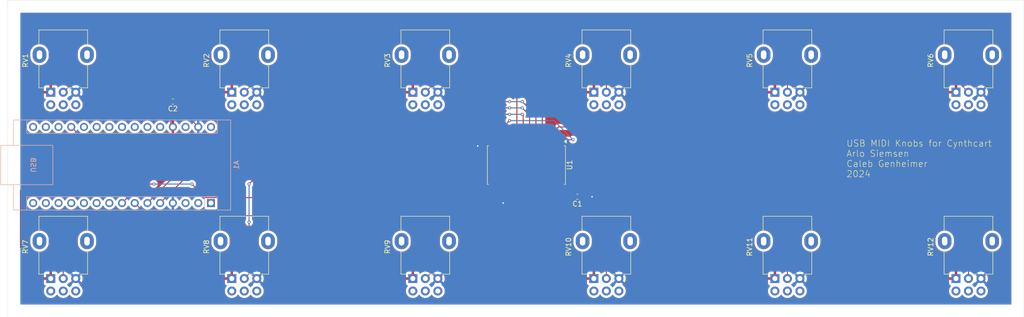
<source format=kicad_pcb>
(kicad_pcb (version 20240108) (generator "pcbnew") (generator_version "8.0")
  (layers (0 "F.Cu" signal) (31 "B.Cu" signal) (34 "B.Paste" user) (35 "F.Paste" user) (36 "B.SilkS" user "B.Silkscreen") (37 "F.SilkS" user "F.Silkscreen") (38 "B.Mask" user) (39 "F.Mask" user) (44 "Edge.Cuts" user))
  (net 0 "")
  (net 2 "/S0")
  (net 3 "/S2")
  (net 5 "/S1")
  (net 8 "+5V")
  (net 11 "GND")
  (net 25 "/S3")
  (net 27 "Net-(A1-A0)")
  (net 30 "Net-(U1-I2)")
  (net 31 "Net-(U1-I3)")
  (net 32 "Net-(U1-I4)")
  (net 33 "Net-(U1-I5)")
  (net 34 "Net-(U1-I6)")
  (net 35 "Net-(U1-I1)")
  (net 36 "Net-(U1-I0)")
  (net 37 "Net-(U1-I7)")
  (net 38 "Net-(U1-I8)")
  (net 39 "Net-(U1-I9)")
  (net 40 "Net-(U1-I10)")
  (net 41 "Net-(U1-I11)")
  (footprint "Potentiometer_THT:Potentiometer_Alpha_RD902F-40-00D_Dual_Vertical" (layer "F.Cu") (at 131.8 81.16 90)
    (property "Reference" "RV9" (at 6.35 -5.06 -90) (layer "F.SilkS"))
    (property "Value" "R_Potentiometer")
    (fp_line (start 9.41 -2.37) (end 12.47 -2.37) (stroke (width 0.12)) (layer "F.SilkS"))
    (fp_line (start 0.88 -2.37) (end 5.6 -2.37) (stroke (width 0.12)) (layer "F.SilkS"))
    (fp_line (start 0.88 -1.19) (end 0.88 -2.37) (stroke (width 0.12)) (layer "F.SilkS"))
    (fp_line (start 0.88 1.71) (end 0.88 1.18) (stroke (width 0.12)) (layer "F.SilkS"))
    (fp_line (start 0.88 4.16) (end 0.88 3.33) (stroke (width 0.12)) (layer "F.SilkS"))
    (fp_line (start 12.47 7.37) (end 12.47 -2.37) (stroke (width 0.12)) (layer "F.SilkS"))
    (fp_line (start 9.41 7.37) (end 12.47 7.37) (stroke (width 0.12)) (layer "F.SilkS"))
    (fp_line (start 0.88 7.37) (end 0.88 5.88) (stroke (width 0.12)) (layer "F.SilkS"))
    (fp_line (start 0.88 7.37) (end 5.6 7.37) (stroke (width 0.12)) (layer "F.SilkS"))
    (pad "" thru_hole oval (at 7.5 -2.25 180) (size 2.72 3.24) (drill oval 1.1 1.8) (layers "*.Cu" "*.Mask"))
    (pad "" thru_hole oval (at 7.5 7.25 180) (size 2.72 3.24) (drill oval 1.1 1.8) (layers "*.Cu" "*.Mask"))
    (pad "1" thru_hole rect (at 0 0 180) (size 1.8 1.8) (drill 1) (layers "*.Cu" "*.Mask") (net 8 "+5V"))
    (pad "2" thru_hole circle (at 0 2.5 180) (size 1.8 1.8) (drill 1) (layers "*.Cu" "*.Mask") (net 38 "Net-(U1-I8)"))
    (pad "3" thru_hole circle (at 0 5 180) (size 1.8 1.8) (drill 1) (layers "*.Cu" "*.Mask") (net 11 "GND"))
    (pad "4" thru_hole circle (at -2.5 0 180) (size 1.8 1.8) (drill 1) (layers "*.Cu" "*.Mask"))
    (pad "5" thru_hole circle (at -2.5 2.5 180) (size 1.8 1.8) (drill 1) (layers "*.Cu" "*.Mask"))
    (pad "6" thru_hole circle (at -2.5 5 180) (size 1.8 1.8) (drill 1) (layers "*.Cu" "*.Mask"))
  )
  (footprint "Package_SO:SOIC-24W_7.5x15.4mm_P1.27mm" (layer "F.Cu") (at 154.51 58.42 -90)
    (property "Reference" "U1" (at 0 -8.65 90) (layer "F.SilkS"))
    (property "Value" "CD74HC4067M")
    (fp_line (start -3.86 7.81) (end -3.86 7.545) (stroke (width 0.12)) (layer "F.SilkS"))
    (fp_line (start 0 7.81) (end -3.86 7.81) (stroke (width 0.12)) (layer "F.SilkS"))
    (fp_line (start 0 7.81) (end 3.86 7.81) (stroke (width 0.12)) (layer "F.SilkS"))
    (fp_line (start 3.86 7.81) (end 3.86 7.545) (stroke (width 0.12)) (layer "F.SilkS"))
    (fp_line (start -3.86 -7.81) (end -3.86 -7.545) (stroke (width 0.12)) (layer "F.SilkS"))
    (fp_line (start 0 -7.81) (end -3.86 -7.81) (stroke (width 0.12)) (layer "F.SilkS"))
    (fp_line (start 0 -7.81) (end 3.86 -7.81) (stroke (width 0.12)) (layer "F.SilkS"))
    (fp_line (start 3.86 -7.81) (end 3.86 -7.545) (stroke (width 0.12)) (layer "F.SilkS"))
    (fp_poly (pts (xy -4.7125 -7.545) (xy -5.0525 -8.015) (xy -4.3725 -8.015) (xy -4.7125 -7.545)) (stroke (width 0.12)) (fill solid) (layer "F.SilkS"))
    (pad "1" smd roundrect (at -4.65 -6.985 270) (size 2.05 0.6) (layers "F.Cu" "F.Paste" "F.Mask") (net 27 "Net-(A1-A0)"))
    (pad "2" smd roundrect (at -4.65 -5.715 270) (size 2.05 0.6) (layers "F.Cu" "F.Paste" "F.Mask") (net 37 "Net-(U1-I7)"))
    (pad "3" smd roundrect (at -4.65 -4.445 270) (size 2.05 0.6) (layers "F.Cu" "F.Paste" "F.Mask") (net 34 "Net-(U1-I6)"))
    (pad "4" smd roundrect (at -4.65 -3.175 270) (size 2.05 0.6) (layers "F.Cu" "F.Paste" "F.Mask") (net 33 "Net-(U1-I5)"))
    (pad "5" smd roundrect (at -4.65 -1.905 270) (size 2.05 0.6) (layers "F.Cu" "F.Paste" "F.Mask") (net 32 "Net-(U1-I4)"))
    (pad "6" smd roundrect (at -4.65 -0.635 270) (size 2.05 0.6) (layers "F.Cu" "F.Paste" "F.Mask") (net 31 "Net-(U1-I3)"))
    (pad "7" smd roundrect (at -4.65 0.635 270) (size 2.05 0.6) (layers "F.Cu" "F.Paste" "F.Mask") (net 30 "Net-(U1-I2)"))
    (pad "8" smd roundrect (at -4.65 1.905 270) (size 2.05 0.6) (layers "F.Cu" "F.Paste" "F.Mask") (net 35 "Net-(U1-I1)"))
    (pad "9" smd roundrect (at -4.65 3.175 270) (size 2.05 0.6) (layers "F.Cu" "F.Paste" "F.Mask") (net 36 "Net-(U1-I0)"))
    (pad "10" smd roundrect (at -4.65 4.445 270) (size 2.05 0.6) (layers "F.Cu" "F.Paste" "F.Mask") (net 2 "/S0"))
    (pad "11" smd roundrect (at -4.65 5.715 270) (size 2.05 0.6) (layers "F.Cu" "F.Paste" "F.Mask") (net 5 "/S1"))
    (pad "12" smd roundrect (at -4.65 6.985 270) (size 2.05 0.6) (layers "F.Cu" "F.Paste" "F.Mask") (net 11 "GND"))
    (pad "13" smd roundrect (at 4.65 6.985 270) (size 2.05 0.6) (layers "F.Cu" "F.Paste" "F.Mask") (net 25 "/S3"))
    (pad "14" smd roundrect (at 4.65 5.715 270) (size 2.05 0.6) (layers "F.Cu" "F.Paste" "F.Mask") (net 3 "/S2"))
    (pad "15" smd roundrect (at 4.65 4.445 270) (size 2.05 0.6) (layers "F.Cu" "F.Paste" "F.Mask") (net 11 "GND"))
    (pad "16" smd roundrect (at 4.65 3.175 270) (size 2.05 0.6) (layers "F.Cu" "F.Paste" "F.Mask"))
    (pad "17" smd roundrect (at 4.65 1.905 270) (size 2.05 0.6) (layers "F.Cu" "F.Paste" "F.Mask"))
    (pad "18" smd roundrect (at 4.65 0.635 270) (size 2.05 0.6) (layers "F.Cu" "F.Paste" "F.Mask"))
    (pad "19" smd roundrect (at 4.65 -0.635 270) (size 2.05 0.6) (layers "F.Cu" "F.Paste" "F.Mask"))
    (pad "20" smd roundrect (at 4.65 -1.905 270) (size 2.05 0.6) (layers "F.Cu" "F.Paste" "F.Mask") (net 41 "Net-(U1-I11)"))
    (pad "21" smd roundrect (at 4.65 -3.175 270) (size 2.05 0.6) (layers "F.Cu" "F.Paste" "F.Mask") (net 40 "Net-(U1-I10)"))
    (pad "22" smd roundrect (at 4.65 -4.445 270) (size 2.05 0.6) (layers "F.Cu" "F.Paste" "F.Mask") (net 39 "Net-(U1-I9)"))
    (pad "23" smd roundrect (at 4.65 -5.715 270) (size 2.05 0.6) (layers "F.Cu" "F.Paste" "F.Mask") (net 38 "Net-(U1-I8)"))
    (pad "24" smd roundrect (at 4.65 -6.985 270) (size 2.05 0.6) (layers "F.Cu" "F.Paste" "F.Mask") (net 8 "+5V"))
  )
  (footprint "Potentiometer_THT:Potentiometer_Alpha_RD902F-40-00D_Dual_Vertical" (layer "F.Cu") (at 240.4 81.16 90)
    (property "Reference" "RV12" (at 6.35 -5.06 -90) (layer "F.SilkS"))
    (property "Value" "R_Potentiometer")
    (fp_line (start 9.41 -2.37) (end 12.47 -2.37) (stroke (width 0.12)) (layer "F.SilkS"))
    (fp_line (start 0.88 -2.37) (end 5.6 -2.37) (stroke (width 0.12)) (layer "F.SilkS"))
    (fp_line (start 0.88 -1.19) (end 0.88 -2.37) (stroke (width 0.12)) (layer "F.SilkS"))
    (fp_line (start 0.88 1.71) (end 0.88 1.18) (stroke (width 0.12)) (layer "F.SilkS"))
    (fp_line (start 0.88 4.16) (end 0.88 3.33) (stroke (width 0.12)) (layer "F.SilkS"))
    (fp_line (start 12.47 7.37) (end 12.47 -2.37) (stroke (width 0.12)) (layer "F.SilkS"))
    (fp_line (start 9.41 7.37) (end 12.47 7.37) (stroke (width 0.12)) (layer "F.SilkS"))
    (fp_line (start 0.88 7.37) (end 0.88 5.88) (stroke (width 0.12)) (layer "F.SilkS"))
    (fp_line (start 0.88 7.37) (end 5.6 7.37) (stroke (width 0.12)) (layer "F.SilkS"))
    (pad "" thru_hole oval (at 7.5 -2.25 180) (size 2.72 3.24) (drill oval 1.1 1.8) (layers "*.Cu" "*.Mask"))
    (pad "" thru_hole oval (at 7.5 7.25 180) (size 2.72 3.24) (drill oval 1.1 1.8) (layers "*.Cu" "*.Mask"))
    (pad "1" thru_hole rect (at 0 0 180) (size 1.8 1.8) (drill 1) (layers "*.Cu" "*.Mask") (net 8 "+5V"))
    (pad "2" thru_hole circle (at 0 2.5 180) (size 1.8 1.8) (drill 1) (layers "*.Cu" "*.Mask") (net 41 "Net-(U1-I11)"))
    (pad "3" thru_hole circle (at 0 5 180) (size 1.8 1.8) (drill 1) (layers "*.Cu" "*.Mask") (net 11 "GND"))
    (pad "4" thru_hole circle (at -2.5 0 180) (size 1.8 1.8) (drill 1) (layers "*.Cu" "*.Mask"))
    (pad "5" thru_hole circle (at -2.5 2.5 180) (size 1.8 1.8) (drill 1) (layers "*.Cu" "*.Mask"))
    (pad "6" thru_hole circle (at -2.5 5 180) (size 1.8 1.8) (drill 1) (layers "*.Cu" "*.Mask"))
  )
  (footprint "Potentiometer_THT:Potentiometer_Alpha_RD902F-40-00D_Dual_Vertical" (layer "F.Cu") (at 168 43.845 90)
    (property "Reference" "RV4" (at 6.35 -5.06 -90) (layer "F.SilkS"))
    (property "Value" "R_Potentiometer")
    (fp_line (start 9.41 -2.37) (end 12.47 -2.37) (stroke (width 0.12)) (layer "F.SilkS"))
    (fp_line (start 0.88 -2.37) (end 5.6 -2.37) (stroke (width 0.12)) (layer "F.SilkS"))
    (fp_line (start 0.88 -1.19) (end 0.88 -2.37) (stroke (width 0.12)) (layer "F.SilkS"))
    (fp_line (start 0.88 1.71) (end 0.88 1.18) (stroke (width 0.12)) (layer "F.SilkS"))
    (fp_line (start 0.88 4.16) (end 0.88 3.33) (stroke (width 0.12)) (layer "F.SilkS"))
    (fp_line (start 12.47 7.37) (end 12.47 -2.37) (stroke (width 0.12)) (layer "F.SilkS"))
    (fp_line (start 9.41 7.37) (end 12.47 7.37) (stroke (width 0.12)) (layer "F.SilkS"))
    (fp_line (start 0.88 7.37) (end 0.88 5.88) (stroke (width 0.12)) (layer "F.SilkS"))
    (fp_line (start 0.88 7.37) (end 5.6 7.37) (stroke (width 0.12)) (layer "F.SilkS"))
    (pad "" thru_hole oval (at 7.5 -2.25 180) (size 2.72 3.24) (drill oval 1.1 1.8) (layers "*.Cu" "*.Mask"))
    (pad "" thru_hole oval (at 7.5 7.25 180) (size 2.72 3.24) (drill oval 1.1 1.8) (layers "*.Cu" "*.Mask"))
    (pad "1" thru_hole rect (at 0 0 180) (size 1.8 1.8) (drill 1) (layers "*.Cu" "*.Mask") (net 8 "+5V"))
    (pad "2" thru_hole circle (at 0 2.5 180) (size 1.8 1.8) (drill 1) (layers "*.Cu" "*.Mask") (net 33 "Net-(U1-I5)"))
    (pad "3" thru_hole circle (at 0 5 180) (size 1.8 1.8) (drill 1) (layers "*.Cu" "*.Mask") (net 11 "GND"))
    (pad "4" thru_hole circle (at -2.5 0 180) (size 1.8 1.8) (drill 1) (layers "*.Cu" "*.Mask"))
    (pad "5" thru_hole circle (at -2.5 2.5 180) (size 1.8 1.8) (drill 1) (layers "*.Cu" "*.Mask"))
    (pad "6" thru_hole circle (at -2.5 5 180) (size 1.8 1.8) (drill 1) (layers "*.Cu" "*.Mask"))
  )
  (footprint "Potentiometer_THT:Potentiometer_Alpha_RD902F-40-00D_Dual_Vertical" (layer "F.Cu") (at 204.2 81.16 90)
    (property "Reference" "RV11" (at 6.35 -5.06 -90) (layer "F.SilkS"))
    (property "Value" "R_Potentiometer")
    (fp_line (start 9.41 -2.37) (end 12.47 -2.37) (stroke (width 0.12)) (layer "F.SilkS"))
    (fp_line (start 0.88 -2.37) (end 5.6 -2.37) (stroke (width 0.12)) (layer "F.SilkS"))
    (fp_line (start 0.88 -1.19) (end 0.88 -2.37) (stroke (width 0.12)) (layer "F.SilkS"))
    (fp_line (start 0.88 1.71) (end 0.88 1.18) (stroke (width 0.12)) (layer "F.SilkS"))
    (fp_line (start 0.88 4.16) (end 0.88 3.33) (stroke (width 0.12)) (layer "F.SilkS"))
    (fp_line (start 12.47 7.37) (end 12.47 -2.37) (stroke (width 0.12)) (layer "F.SilkS"))
    (fp_line (start 9.41 7.37) (end 12.47 7.37) (stroke (width 0.12)) (layer "F.SilkS"))
    (fp_line (start 0.88 7.37) (end 0.88 5.88) (stroke (width 0.12)) (layer "F.SilkS"))
    (fp_line (start 0.88 7.37) (end 5.6 7.37) (stroke (width 0.12)) (layer "F.SilkS"))
    (pad "" thru_hole oval (at 7.5 -2.25 180) (size 2.72 3.24) (drill oval 1.1 1.8) (layers "*.Cu" "*.Mask"))
    (pad "" thru_hole oval (at 7.5 7.25 180) (size 2.72 3.24) (drill oval 1.1 1.8) (layers "*.Cu" "*.Mask"))
    (pad "1" thru_hole rect (at 0 0 180) (size 1.8 1.8) (drill 1) (layers "*.Cu" "*.Mask") (net 8 "+5V"))
    (pad "2" thru_hole circle (at 0 2.5 180) (size 1.8 1.8) (drill 1) (layers "*.Cu" "*.Mask") (net 40 "Net-(U1-I10)"))
    (pad "3" thru_hole circle (at 0 5 180) (size 1.8 1.8) (drill 1) (layers "*.Cu" "*.Mask") (net 11 "GND"))
    (pad "4" thru_hole circle (at -2.5 0 180) (size 1.8 1.8) (drill 1) (layers "*.Cu" "*.Mask"))
    (pad "5" thru_hole circle (at -2.5 2.5 180) (size 1.8 1.8) (drill 1) (layers "*.Cu" "*.Mask"))
    (pad "6" thru_hole circle (at -2.5 5 180) (size 1.8 1.8) (drill 1) (layers "*.Cu" "*.Mask"))
  )
  (footprint "Potentiometer_THT:Potentiometer_Alpha_RD902F-40-00D_Dual_Vertical" (layer "F.Cu") (at 95.6 81.16 90)
    (property "Reference" "RV8" (at 6.35 -5.06 -90) (layer "F.SilkS"))
    (property "Value" "R_Potentiometer")
    (fp_line (start 9.41 -2.37) (end 12.47 -2.37) (stroke (width 0.12)) (layer "F.SilkS"))
    (fp_line (start 0.88 -2.37) (end 5.6 -2.37) (stroke (width 0.12)) (layer "F.SilkS"))
    (fp_line (start 0.88 -1.19) (end 0.88 -2.37) (stroke (width 0.12)) (layer "F.SilkS"))
    (fp_line (start 0.88 1.71) (end 0.88 1.18) (stroke (width 0.12)) (layer "F.SilkS"))
    (fp_line (start 0.88 4.16) (end 0.88 3.33) (stroke (width 0.12)) (layer "F.SilkS"))
    (fp_line (start 12.47 7.37) (end 12.47 -2.37) (stroke (width 0.12)) (layer "F.SilkS"))
    (fp_line (start 9.41 7.37) (end 12.47 7.37) (stroke (width 0.12)) (layer "F.SilkS"))
    (fp_line (start 0.88 7.37) (end 0.88 5.88) (stroke (width 0.12)) (layer "F.SilkS"))
    (fp_line (start 0.88 7.37) (end 5.6 7.37) (stroke (width 0.12)) (layer "F.SilkS"))
    (pad "" thru_hole oval (at 7.5 -2.25 180) (size 2.72 3.24) (drill oval 1.1 1.8) (layers "*.Cu" "*.Mask"))
    (pad "" thru_hole oval (at 7.5 7.25 180) (size 2.72 3.24) (drill oval 1.1 1.8) (layers "*.Cu" "*.Mask"))
    (pad "1" thru_hole rect (at 0 0 180) (size 1.8 1.8) (drill 1) (layers "*.Cu" "*.Mask") (net 8 "+5V"))
    (pad "2" thru_hole circle (at 0 2.5 180) (size 1.8 1.8) (drill 1) (layers "*.Cu" "*.Mask") (net 37 "Net-(U1-I7)"))
    (pad "3" thru_hole circle (at 0 5 180) (size 1.8 1.8) (drill 1) (layers "*.Cu" "*.Mask") (net 11 "GND"))
    (pad "4" thru_hole circle (at -2.5 0 180) (size 1.8 1.8) (drill 1) (layers "*.Cu" "*.Mask"))
    (pad "5" thru_hole circle (at -2.5 2.5 180) (size 1.8 1.8) (drill 1) (layers "*.Cu" "*.Mask"))
    (pad "6" thru_hole circle (at -2.5 5 180) (size 1.8 1.8) (drill 1) (layers "*.Cu" "*.Mask"))
  )
  (footprint "Potentiometer_THT:Potentiometer_Alpha_RD902F-40-00D_Dual_Vertical" (layer "F.Cu") (at 168 81.16 90)
    (property "Reference" "RV10" (at 6.35 -5.06 -90) (layer "F.SilkS"))
    (property "Value" "R_Potentiometer")
    (fp_line (start 9.41 -2.37) (end 12.47 -2.37) (stroke (width 0.12)) (layer "F.SilkS"))
    (fp_line (start 0.88 -2.37) (end 5.6 -2.37) (stroke (width 0.12)) (layer "F.SilkS"))
    (fp_line (start 0.88 -1.19) (end 0.88 -2.37) (stroke (width 0.12)) (layer "F.SilkS"))
    (fp_line (start 0.88 1.71) (end 0.88 1.18) (stroke (width 0.12)) (layer "F.SilkS"))
    (fp_line (start 0.88 4.16) (end 0.88 3.33) (stroke (width 0.12)) (layer "F.SilkS"))
    (fp_line (start 12.47 7.37) (end 12.47 -2.37) (stroke (width 0.12)) (layer "F.SilkS"))
    (fp_line (start 9.41 7.37) (end 12.47 7.37) (stroke (width 0.12)) (layer "F.SilkS"))
    (fp_line (start 0.88 7.37) (end 0.88 5.88) (stroke (width 0.12)) (layer "F.SilkS"))
    (fp_line (start 0.88 7.37) (end 5.6 7.37) (stroke (width 0.12)) (layer "F.SilkS"))
    (pad "" thru_hole oval (at 7.5 -2.25 180) (size 2.72 3.24) (drill oval 1.1 1.8) (layers "*.Cu" "*.Mask"))
    (pad "" thru_hole oval (at 7.5 7.25 180) (size 2.72 3.24) (drill oval 1.1 1.8) (layers "*.Cu" "*.Mask"))
    (pad "1" thru_hole rect (at 0 0 180) (size 1.8 1.8) (drill 1) (layers "*.Cu" "*.Mask") (net 8 "+5V"))
    (pad "2" thru_hole circle (at 0 2.5 180) (size 1.8 1.8) (drill 1) (layers "*.Cu" "*.Mask") (net 39 "Net-(U1-I9)"))
    (pad "3" thru_hole circle (at 0 5 180) (size 1.8 1.8) (drill 1) (layers "*.Cu" "*.Mask") (net 11 "GND"))
    (pad "4" thru_hole circle (at -2.5 0 180) (size 1.8 1.8) (drill 1) (layers "*.Cu" "*.Mask"))
    (pad "5" thru_hole circle (at -2.5 2.5 180) (size 1.8 1.8) (drill 1) (layers "*.Cu" "*.Mask"))
    (pad "6" thru_hole circle (at -2.5 5 180) (size 1.8 1.8) (drill 1) (layers "*.Cu" "*.Mask"))
  )
  (footprint "Potentiometer_THT:Potentiometer_Alpha_RD902F-40-00D_Dual_Vertical" (layer "F.Cu") (at 240.4 43.845 90)
    (property "Reference" "RV6" (at 6.35 -5.06 -90) (layer "F.SilkS"))
    (property "Value" "R_Potentiometer")
    (fp_line (start 9.41 -2.37) (end 12.47 -2.37) (stroke (width 0.12)) (layer "F.SilkS"))
    (fp_line (start 0.88 -2.37) (end 5.6 -2.37) (stroke (width 0.12)) (layer "F.SilkS"))
    (fp_line (start 0.88 -1.19) (end 0.88 -2.37) (stroke (width 0.12)) (layer "F.SilkS"))
    (fp_line (start 0.88 1.71) (end 0.88 1.18) (stroke (width 0.12)) (layer "F.SilkS"))
    (fp_line (start 0.88 4.16) (end 0.88 3.33) (stroke (width 0.12)) (layer "F.SilkS"))
    (fp_line (start 12.47 7.37) (end 12.47 -2.37) (stroke (width 0.12)) (layer "F.SilkS"))
    (fp_line (start 9.41 7.37) (end 12.47 7.37) (stroke (width 0.12)) (layer "F.SilkS"))
    (fp_line (start 0.88 7.37) (end 0.88 5.88) (stroke (width 0.12)) (layer "F.SilkS"))
    (fp_line (start 0.88 7.37) (end 5.6 7.37) (stroke (width 0.12)) (layer "F.SilkS"))
    (pad "" thru_hole oval (at 7.5 -2.25 180) (size 2.72 3.24) (drill oval 1.1 1.8) (layers "*.Cu" "*.Mask"))
    (pad "" thru_hole oval (at 7.5 7.25 180) (size 2.72 3.24) (drill oval 1.1 1.8) (layers "*.Cu" "*.Mask"))
    (pad "1" thru_hole rect (at 0 0 180) (size 1.8 1.8) (drill 1) (layers "*.Cu" "*.Mask") (net 8 "+5V"))
    (pad "2" thru_hole circle (at 0 2.5 180) (size 1.8 1.8) (drill 1) (layers "*.Cu" "*.Mask") (net 35 "Net-(U1-I1)"))
    (pad "3" thru_hole circle (at 0 5 180) (size 1.8 1.8) (drill 1) (layers "*.Cu" "*.Mask") (net 11 "GND"))
    (pad "4" thru_hole circle (at -2.5 0 180) (size 1.8 1.8) (drill 1) (layers "*.Cu" "*.Mask"))
    (pad "5" thru_hole circle (at -2.5 2.5 180) (size 1.8 1.8) (drill 1) (layers "*.Cu" "*.Mask"))
    (pad "6" thru_hole circle (at -2.5 5 180) (size 1.8 1.8) (drill 1) (layers "*.Cu" "*.Mask"))
  )
  (footprint "Capacitor_SMD:C_0603_1608Metric_Pad1.08x0.95mm_HandSolder" (layer "F.Cu") (at 83.82 45.72 180)
    (property "Reference" "C2" (at 0 -1.43 180) (layer "F.SilkS"))
    (property "Value" "10uF")
    (fp_line (start -0.146267 0.51) (end 0.146267 0.51) (stroke (width 0.12)) (layer "F.SilkS"))
    (fp_line (start -0.146267 -0.51) (end 0.146267 -0.51) (stroke (width 0.12)) (layer "F.SilkS"))
    (pad "1" smd roundrect (at -0.8625 0 180) (size 1.075 0.95) (layers "F.Cu" "F.Paste" "F.Mask") (net 11 "GND"))
    (pad "2" smd roundrect (at 0.8625 0 180) (size 1.075 0.95) (layers "F.Cu" "F.Paste" "F.Mask") (net 8 "+5V"))
  )
  (footprint "Capacitor_SMD:C_0603_1608Metric_Pad1.08x0.95mm_HandSolder" (layer "F.Cu") (at 164.6925 64.77 180)
    (property "Reference" "C1" (at 0 -1.43 180) (layer "F.SilkS"))
    (property "Value" "10uF")
    (fp_line (start -0.146267 0.51) (end 0.146267 0.51) (stroke (width 0.12)) (layer "F.SilkS"))
    (fp_line (start -0.146267 -0.51) (end 0.146267 -0.51) (stroke (width 0.12)) (layer "F.SilkS"))
    (pad "1" smd roundrect (at -0.8625 0 180) (size 1.075 0.95) (layers "F.Cu" "F.Paste" "F.Mask") (net 11 "GND"))
    (pad "2" smd roundrect (at 0.8625 0 180) (size 1.075 0.95) (layers "F.Cu" "F.Paste" "F.Mask") (net 8 "+5V"))
  )
  (footprint "Potentiometer_THT:Potentiometer_Alpha_RD902F-40-00D_Dual_Vertical" (layer "F.Cu") (at 131.8 43.845 90)
    (property "Reference" "RV3" (at 6.35 -5.06 -90) (layer "F.SilkS"))
    (property "Value" "R_Potentiometer")
    (fp_line (start 9.41 -2.37) (end 12.47 -2.37) (stroke (width 0.12)) (layer "F.SilkS"))
    (fp_line (start 0.88 -2.37) (end 5.6 -2.37) (stroke (width 0.12)) (layer "F.SilkS"))
    (fp_line (start 0.88 -1.19) (end 0.88 -2.37) (stroke (width 0.12)) (layer "F.SilkS"))
    (fp_line (start 0.88 1.71) (end 0.88 1.18) (stroke (width 0.12)) (layer "F.SilkS"))
    (fp_line (start 0.88 4.16) (end 0.88 3.33) (stroke (width 0.12)) (layer "F.SilkS"))
    (fp_line (start 12.47 7.37) (end 12.47 -2.37) (stroke (width 0.12)) (layer "F.SilkS"))
    (fp_line (start 9.41 7.37) (end 12.47 7.37) (stroke (width 0.12)) (layer "F.SilkS"))
    (fp_line (start 0.88 7.37) (end 0.88 5.88) (stroke (width 0.12)) (layer "F.SilkS"))
    (fp_line (start 0.88 7.37) (end 5.6 7.37) (stroke (width 0.12)) (layer "F.SilkS"))
    (pad "" thru_hole oval (at 7.5 -2.25 180) (size 2.72 3.24) (drill oval 1.1 1.8) (layers "*.Cu" "*.Mask"))
    (pad "" thru_hole oval (at 7.5 7.25 180) (size 2.72 3.24) (drill oval 1.1 1.8) (layers "*.Cu" "*.Mask"))
    (pad "1" thru_hole rect (at 0 0 180) (size 1.8 1.8) (drill 1) (layers "*.Cu" "*.Mask") (net 8 "+5V"))
    (pad "2" thru_hole circle (at 0 2.5 180) (size 1.8 1.8) (drill 1) (layers "*.Cu" "*.Mask") (net 32 "Net-(U1-I4)"))
    (pad "3" thru_hole circle (at 0 5 180) (size 1.8 1.8) (drill 1) (layers "*.Cu" "*.Mask") (net 11 "GND"))
    (pad "4" thru_hole circle (at -2.5 0 180) (size 1.8 1.8) (drill 1) (layers "*.Cu" "*.Mask"))
    (pad "5" thru_hole circle (at -2.5 2.5 180) (size 1.8 1.8) (drill 1) (layers "*.Cu" "*.Mask"))
    (pad "6" thru_hole circle (at -2.5 5 180) (size 1.8 1.8) (drill 1) (layers "*.Cu" "*.Mask"))
  )
  (footprint "Potentiometer_THT:Potentiometer_Alpha_RD902F-40-00D_Dual_Vertical" (layer "F.Cu") (at 204.2 43.845 90)
    (property "Reference" "RV5" (at 6.35 -5.06 -90) (layer "F.SilkS"))
    (property "Value" "R_Potentiometer")
    (fp_line (start 9.41 -2.37) (end 12.47 -2.37) (stroke (width 0.12)) (layer "F.SilkS"))
    (fp_line (start 0.88 -2.37) (end 5.6 -2.37) (stroke (width 0.12)) (layer "F.SilkS"))
    (fp_line (start 0.88 -1.19) (end 0.88 -2.37) (stroke (width 0.12)) (layer "F.SilkS"))
    (fp_line (start 0.88 1.71) (end 0.88 1.18) (stroke (width 0.12)) (layer "F.SilkS"))
    (fp_line (start 0.88 4.16) (end 0.88 3.33) (stroke (width 0.12)) (layer "F.SilkS"))
    (fp_line (start 12.47 7.37) (end 12.47 -2.37) (stroke (width 0.12)) (layer "F.SilkS"))
    (fp_line (start 9.41 7.37) (end 12.47 7.37) (stroke (width 0.12)) (layer "F.SilkS"))
    (fp_line (start 0.88 7.37) (end 0.88 5.88) (stroke (width 0.12)) (layer "F.SilkS"))
    (fp_line (start 0.88 7.37) (end 5.6 7.37) (stroke (width 0.12)) (layer "F.SilkS"))
    (pad "" thru_hole oval (at 7.5 -2.25 180) (size 2.72 3.24) (drill oval 1.1 1.8) (layers "*.Cu" "*.Mask"))
    (pad "" thru_hole oval (at 7.5 7.25 180) (size 2.72 3.24) (drill oval 1.1 1.8) (layers "*.Cu" "*.Mask"))
    (pad "1" thru_hole rect (at 0 0 180) (size 1.8 1.8) (drill 1) (layers "*.Cu" "*.Mask") (net 8 "+5V"))
    (pad "2" thru_hole circle (at 0 2.5 180) (size 1.8 1.8) (drill 1) (layers "*.Cu" "*.Mask") (net 34 "Net-(U1-I6)"))
    (pad "3" thru_hole circle (at 0 5 180) (size 1.8 1.8) (drill 1) (layers "*.Cu" "*.Mask") (net 11 "GND"))
    (pad "4" thru_hole circle (at -2.5 0 180) (size 1.8 1.8) (drill 1) (layers "*.Cu" "*.Mask"))
    (pad "5" thru_hole circle (at -2.5 2.5 180) (size 1.8 1.8) (drill 1) (layers "*.Cu" "*.Mask"))
    (pad "6" thru_hole circle (at -2.5 5 180) (size 1.8 1.8) (drill 1) (layers "*.Cu" "*.Mask"))
  )
  (footprint "Potentiometer_THT:Potentiometer_Alpha_RD902F-40-00D_Dual_Vertical" (layer "F.Cu") (at 95.6 43.845 90)
    (property "Reference" "RV2" (at 6.35 -5.06 -90) (layer "F.SilkS"))
    (property "Value" "R_Potentiometer")
    (fp_line (start 9.41 -2.37) (end 12.47 -2.37) (stroke (width 0.12)) (layer "F.SilkS"))
    (fp_line (start 0.88 -2.37) (end 5.6 -2.37) (stroke (width 0.12)) (layer "F.SilkS"))
    (fp_line (start 0.88 -1.19) (end 0.88 -2.37) (stroke (width 0.12)) (layer "F.SilkS"))
    (fp_line (start 0.88 1.71) (end 0.88 1.18) (stroke (width 0.12)) (layer "F.SilkS"))
    (fp_line (start 0.88 4.16) (end 0.88 3.33) (stroke (width 0.12)) (layer "F.SilkS"))
    (fp_line (start 12.47 7.37) (end 12.47 -2.37) (stroke (width 0.12)) (layer "F.SilkS"))
    (fp_line (start 9.41 7.37) (end 12.47 7.37) (stroke (width 0.12)) (layer "F.SilkS"))
    (fp_line (start 0.88 7.37) (end 0.88 5.88) (stroke (width 0.12)) (layer "F.SilkS"))
    (fp_line (start 0.88 7.37) (end 5.6 7.37) (stroke (width 0.12)) (layer "F.SilkS"))
    (pad "" thru_hole oval (at 7.5 -2.25 180) (size 2.72 3.24) (drill oval 1.1 1.8) (layers "*.Cu" "*.Mask"))
    (pad "" thru_hole oval (at 7.5 7.25 180) (size 2.72 3.24) (drill oval 1.1 1.8) (layers "*.Cu" "*.Mask"))
    (pad "1" thru_hole rect (at 0 0 180) (size 1.8 1.8) (drill 1) (layers "*.Cu" "*.Mask") (net 8 "+5V"))
    (pad "2" thru_hole circle (at 0 2.5 180) (size 1.8 1.8) (drill 1) (layers "*.Cu" "*.Mask") (net 31 "Net-(U1-I3)"))
    (pad "3" thru_hole circle (at 0 5 180) (size 1.8 1.8) (drill 1) (layers "*.Cu" "*.Mask") (net 11 "GND"))
    (pad "4" thru_hole circle (at -2.5 0 180) (size 1.8 1.8) (drill 1) (layers "*.Cu" "*.Mask"))
    (pad "5" thru_hole circle (at -2.5 2.5 180) (size 1.8 1.8) (drill 1) (layers "*.Cu" "*.Mask"))
    (pad "6" thru_hole circle (at -2.5 5 180) (size 1.8 1.8) (drill 1) (layers "*.Cu" "*.Mask"))
  )
  (footprint "Potentiometer_THT:Potentiometer_Alpha_RD902F-40-00D_Dual_Vertical" (layer "F.Cu") (at 59.4 81.16 90)
    (property "Reference" "RV7" (at 6.35 -5.06 -90) (layer "F.SilkS"))
    (property "Value" "R_Potentiometer")
    (fp_line (start 9.41 -2.37) (end 12.47 -2.37) (stroke (width 0.12)) (layer "F.SilkS"))
    (fp_line (start 0.88 -2.37) (end 5.6 -2.37) (stroke (width 0.12)) (layer "F.SilkS"))
    (fp_line (start 0.88 -1.19) (end 0.88 -2.37) (stroke (width 0.12)) (layer "F.SilkS"))
    (fp_line (start 0.88 1.71) (end 0.88 1.18) (stroke (width 0.12)) (layer "F.SilkS"))
    (fp_line (start 0.88 4.16) (end 0.88 3.33) (stroke (width 0.12)) (layer "F.SilkS"))
    (fp_line (start 12.47 7.37) (end 12.47 -2.37) (stroke (width 0.12)) (layer "F.SilkS"))
    (fp_line (start 9.41 7.37) (end 12.47 7.37) (stroke (width 0.12)) (layer "F.SilkS"))
    (fp_line (start 0.88 7.37) (end 0.88 5.88) (stroke (width 0.12)) (layer "F.SilkS"))
    (fp_line (start 0.88 7.37) (end 5.6 7.37) (stroke (width 0.12)) (layer "F.SilkS"))
    (pad "" thru_hole oval (at 7.5 -2.25 180) (size 2.72 3.24) (drill oval 1.1 1.8) (layers "*.Cu" "*.Mask"))
    (pad "" thru_hole oval (at 7.5 7.25 180) (size 2.72 3.24) (drill oval 1.1 1.8) (layers "*.Cu" "*.Mask"))
    (pad "1" thru_hole rect (at 0 0 180) (size 1.8 1.8) (drill 1) (layers "*.Cu" "*.Mask") (net 8 "+5V"))
    (pad "2" thru_hole circle (at 0 2.5 180) (size 1.8 1.8) (drill 1) (layers "*.Cu" "*.Mask") (net 36 "Net-(U1-I0)"))
    (pad "3" thru_hole circle (at 0 5 180) (size 1.8 1.8) (drill 1) (layers "*.Cu" "*.Mask") (net 11 "GND"))
    (pad "4" thru_hole circle (at -2.5 0 180) (size 1.8 1.8) (drill 1) (layers "*.Cu" "*.Mask"))
    (pad "5" thru_hole circle (at -2.5 2.5 180) (size 1.8 1.8) (drill 1) (layers "*.Cu" "*.Mask"))
    (pad "6" thru_hole circle (at -2.5 5 180) (size 1.8 1.8) (drill 1) (layers "*.Cu" "*.Mask"))
  )
  (footprint "Potentiometer_THT:Potentiometer_Alpha_RD902F-40-00D_Dual_Vertical" (layer "F.Cu") (at 59.4 43.845 90)
    (property "Reference" "RV1" (at 6.35 -5.06 -90) (layer "F.SilkS"))
    (property "Value" "R_Potentiometer")
    (fp_line (start 9.41 -2.37) (end 12.47 -2.37) (stroke (width 0.12)) (layer "F.SilkS"))
    (fp_line (start 0.88 -2.37) (end 5.6 -2.37) (stroke (width 0.12)) (layer "F.SilkS"))
    (fp_line (start 0.88 -1.19) (end 0.88 -2.37) (stroke (width 0.12)) (layer "F.SilkS"))
    (fp_line (start 0.88 1.71) (end 0.88 1.18) (stroke (width 0.12)) (layer "F.SilkS"))
    (fp_line (start 0.88 4.16) (end 0.88 3.33) (stroke (width 0.12)) (layer "F.SilkS"))
    (fp_line (start 12.47 7.37) (end 12.47 -2.37) (stroke (width 0.12)) (layer "F.SilkS"))
    (fp_line (start 9.41 7.37) (end 12.47 7.37) (stroke (width 0.12)) (layer "F.SilkS"))
    (fp_line (start 0.88 7.37) (end 0.88 5.88) (stroke (width 0.12)) (layer "F.SilkS"))
    (fp_line (start 0.88 7.37) (end 5.6 7.37) (stroke (width 0.12)) (layer "F.SilkS"))
    (pad "" thru_hole oval (at 7.5 -2.25 180) (size 2.72 3.24) (drill oval 1.1 1.8) (layers "*.Cu" "*.Mask"))
    (pad "" thru_hole oval (at 7.5 7.25 180) (size 2.72 3.24) (drill oval 1.1 1.8) (layers "*.Cu" "*.Mask"))
    (pad "1" thru_hole rect (at 0 0 180) (size 1.8 1.8) (drill 1) (layers "*.Cu" "*.Mask") (net 8 "+5V"))
    (pad "2" thru_hole circle (at 0 2.5 180) (size 1.8 1.8) (drill 1) (layers "*.Cu" "*.Mask") (net 30 "Net-(U1-I2)"))
    (pad "3" thru_hole circle (at 0 5 180) (size 1.8 1.8) (drill 1) (layers "*.Cu" "*.Mask") (net 11 "GND"))
    (pad "4" thru_hole circle (at -2.5 0 180) (size 1.8 1.8) (drill 1) (layers "*.Cu" "*.Mask"))
    (pad "5" thru_hole circle (at -2.5 2.5 180) (size 1.8 1.8) (drill 1) (layers "*.Cu" "*.Mask"))
    (pad "6" thru_hole circle (at -2.5 5 180) (size 1.8 1.8) (drill 1) (layers "*.Cu" "*.Mask"))
  )
  (footprint "Module:Arduino_Nano" (layer "B.Cu") (at 91.44 66.04 90)
    (property "Reference" "A1" (at 7.62 5.08 270) (layer "B.SilkS") (effects (justify mirror)))
    (property "Value" "Arduino_Nano_v2.x")
    (fp_line (start 11.56 -42.04) (end 11.56 -31.62) (stroke (width 0.12)) (layer "B.SilkS"))
    (fp_line (start 3.68 -42.04) (end 11.56 -42.04) (stroke (width 0.12)) (layer "B.SilkS"))
    (fp_line (start 11.56 -39.5) (end 16.64 -39.5) (stroke (width 0.12)) (layer "B.SilkS"))
    (fp_line (start 3.68 -39.5) (end -1.4 -39.5) (stroke (width 0.12)) (layer "B.SilkS"))
    (fp_line (start -1.4 -39.5) (end -1.4 -1.27) (stroke (width 0.12)) (layer "B.SilkS"))
    (fp_line (start 16.64 -36.83) (end 13.97 -36.83) (stroke (width 0.12)) (layer "B.SilkS"))
    (fp_line (start 13.97 -36.83) (end 13.97 1.27) (stroke (width 0.12)) (layer "B.SilkS"))
    (fp_line (start 1.27 -36.83) (end 1.27 -1.27) (stroke (width 0.12)) (layer "B.SilkS"))
    (fp_line (start -1.4 -36.83) (end 1.27 -36.83) (stroke (width 0.12)) (layer "B.SilkS"))
    (fp_line (start 11.56 -31.62) (end 3.68 -31.62) (stroke (width 0.12)) (layer "B.SilkS"))
    (fp_line (start 3.68 -31.62) (end 3.68 -42.04) (stroke (width 0.12)) (layer "B.SilkS"))
    (fp_line (start -1.4 -1.27) (end 1.27 -1.27) (stroke (width 0.12)) (layer "B.SilkS"))
    (fp_line (start 16.64 1.27) (end 13.97 1.27) (stroke (width 0.12)) (layer "B.SilkS"))
    (fp_line (start 1.27 1.27) (end 1.27 -1.27) (stroke (width 0.12)) (layer "B.SilkS"))
    (fp_line (start -1.4 1.27) (end 1.27 1.27) (stroke (width 0.12)) (layer "B.SilkS"))
    (fp_line (start -1.4 1.27) (end -1.4 3.94) (stroke (width 0.12)) (layer "B.SilkS"))
    (fp_line (start 16.64 3.94) (end 16.64 -39.5) (stroke (width 0.12)) (layer "B.SilkS"))
    (fp_line (start -1.4 3.94) (end 16.64 3.94) (stroke (width 0.12)) (layer "B.SilkS"))
    (fp_text user "USB" (at 7.62 -35.56 -90) (layer "B.SilkS") (effects (justify mirror)))
    (pad "1" thru_hole rect (at 0 0 90) (size 1.6 1.6) (drill 1) (layers "*.Cu" "*.Mask"))
    (pad "2" thru_hole oval (at 0 -2.54 90) (size 1.6 1.6) (drill 1) (layers "*.Cu" "*.Mask"))
    (pad "3" thru_hole oval (at 0 -5.08 90) (size 1.6 1.6) (drill 1) (layers "*.Cu" "*.Mask"))
    (pad "4" thru_hole oval (at 0 -7.62 90) (size 1.6 1.6) (drill 1) (layers "*.Cu" "*.Mask") (net 11 "GND"))
    (pad "5" thru_hole oval (at 0 -10.16 90) (size 1.6 1.6) (drill 1) (layers "*.Cu" "*.Mask") (net 2 "/S0"))
    (pad "6" thru_hole oval (at 0 -12.7 90) (size 1.6 1.6) (drill 1) (layers "*.Cu" "*.Mask") (net 5 "/S1"))
    (pad "7" thru_hole oval (at 0 -15.24 90) (size 1.6 1.6) (drill 1) (layers "*.Cu" "*.Mask") (net 3 "/S2"))
    (pad "8" thru_hole oval (at 0 -17.78 90) (size 1.6 1.6) (drill 1) (layers "*.Cu" "*.Mask") (net 25 "/S3"))
    (pad "9" thru_hole oval (at 0 -20.32 90) (size 1.6 1.6) (drill 1) (layers "*.Cu" "*.Mask"))
    (pad "10" thru_hole oval (at 0 -22.86 90) (size 1.6 1.6) (drill 1) (layers "*.Cu" "*.Mask"))
    (pad "11" thru_hole oval (at 0 -25.4 90) (size 1.6 1.6) (drill 1) (layers "*.Cu" "*.Mask"))
    (pad "12" thru_hole oval (at 0 -27.94 90) (size 1.6 1.6) (drill 1) (layers "*.Cu" "*.Mask"))
    (pad "13" thru_hole oval (at 0 -30.48 90) (size 1.6 1.6) (drill 1) (layers "*.Cu" "*.Mask"))
    (pad "14" thru_hole oval (at 0 -33.02 90) (size 1.6 1.6) (drill 1) (layers "*.Cu" "*.Mask"))
    (pad "15" thru_hole oval (at 0 -35.56 90) (size 1.6 1.6) (drill 1) (layers "*.Cu" "*.Mask"))
    (pad "16" thru_hole oval (at 15.24 -35.56 90) (size 1.6 1.6) (drill 1) (layers "*.Cu" "*.Mask"))
    (pad "17" thru_hole oval (at 15.24 -33.02 90) (size 1.6 1.6) (drill 1) (layers "*.Cu" "*.Mask"))
    (pad "18" thru_hole oval (at 15.24 -30.48 90) (size 1.6 1.6) (drill 1) (layers "*.Cu" "*.Mask"))
    (pad "19" thru_hole oval (at 15.24 -27.94 90) (size 1.6 1.6) (drill 1) (layers "*.Cu" "*.Mask") (net 27 "Net-(A1-A0)"))
    (pad "20" thru_hole oval (at 15.24 -25.4 90) (size 1.6 1.6) (drill 1) (layers "*.Cu" "*.Mask"))
    (pad "21" thru_hole oval (at 15.24 -22.86 90) (size 1.6 1.6) (drill 1) (layers "*.Cu" "*.Mask"))
    (pad "22" thru_hole oval (at 15.24 -20.32 90) (size 1.6 1.6) (drill 1) (layers "*.Cu" "*.Mask"))
    (pad "23" thru_hole oval (at 15.24 -17.78 90) (size 1.6 1.6) (drill 1) (layers "*.Cu" "*.Mask"))
    (pad "24" thru_hole oval (at 15.24 -15.24 90) (size 1.6 1.6) (drill 1) (layers "*.Cu" "*.Mask"))
    (pad "25" thru_hole oval (at 15.24 -12.7 90) (size 1.6 1.6) (drill 1) (layers "*.Cu" "*.Mask"))
    (pad "26" thru_hole oval (at 15.24 -10.16 90) (size 1.6 1.6) (drill 1) (layers "*.Cu" "*.Mask"))
    (pad "27" thru_hole oval (at 15.24 -7.62 90) (size 1.6 1.6) (drill 1) (layers "*.Cu" "*.Mask") (net 8 "+5V"))
    (pad "28" thru_hole oval (at 15.24 -5.08 90) (size 1.6 1.6) (drill 1) (layers "*.Cu" "*.Mask"))
    (pad "29" thru_hole oval (at 15.24 -2.54 90) (size 1.6 1.6) (drill 1) (layers "*.Cu" "*.Mask") (net 11 "GND"))
    (pad "30" thru_hole oval (at 15.24 0 90) (size 1.6 1.6) (drill 1) (layers "*.Cu" "*.Mask"))
  )
  (gr_rect (start 50.8 25.4) (end 254 88.9) (stroke (width 0.05)) (fill none) (layer "Edge.Cuts"))
  (gr_text "USB MIDI Knobs for Cynthcart\nArlo Siemsen\nCaleb Genheimer\n2024" (at 218.44 60.96 0) (layer "F.SilkS") (effects (font (size 1.27 1.27) (thickness 0.1016)) (justify left bottom)))
  (segment (start 87.63 59.69) (end 145.880552 59.69) (width 0.2) (layer "F.Cu") (net 2))
  (segment (start 81.28 66.04) (end 87.63 59.69) (width 0.2) (layer "F.Cu") (net 2))
  (segment (start 150.065 55.505552) (end 150.065 53.77) (width 0.2) (layer "F.Cu") (net 2))
  (segment (start 145.880552 59.69) (end 150.065 55.505552) (width 0.2) (layer "F.Cu") (net 2))
  (segment (start 78.74 68.58) (end 144.309999 68.58) (width 0.2) (layer "F.Cu") (net 3))
  (segment (start 144.309999 68.58) (end 148.795 64.094999) (width 0.2) (layer "F.Cu") (net 3))
  (segment (start 148.795 64.094999) (end 148.795 63.07) (width 0.2) (layer "F.Cu") (net 3))
  (segment (start 76.2 66.04) (end 78.74 68.58) (width 0.2) (layer "F.Cu") (net 3))
  (segment (start 144.78 58.42) (end 148.795 54.405) (width 0.2) (layer "F.Cu") (net 5))
  (segment (start 78.74 66.04) (end 86.36 58.42) (width 0.2) (layer "F.Cu") (net 5))
  (segment (start 148.795 54.405) (end 148.795 53.77) (width 0.2) (layer "F.Cu") (net 5))
  (segment (start 86.36 58.42) (end 144.78 58.42) (width 0.2) (layer "F.Cu") (net 5))
  (segment (start 83.4125 45.72) (end 83.4125 50.3925) (width 0.2) (layer "F.Cu") (net 8))
  (segment (start 161.495 63.07) (end 163.195 64.77) (width 0.2) (layer "F.Cu") (net 8))
  (segment (start 83.4125 50.3925) (end 83.82 50.8) (width 0.2) (layer "F.Cu") (net 8))
  (segment (start 163.195 64.77) (end 163.83 64.77) (width 0.2) (layer "F.Cu") (net 8))
  (segment (start 84.6825 46.5825) (end 88.9 50.8) (width 0.2) (layer "F.Cu") (net 11))
  (segment (start 147.525 53.77) (end 146.685 54.61) (width 0.2) (layer "F.Cu") (net 11))
  (segment (start 150.065 63.07) (end 150.065 65.835) (width 0.2) (layer "F.Cu") (net 11))
  (segment (start 165.555 64.77) (end 167.64 64.77) (width 0.2) (layer "F.Cu") (net 11))
  (segment (start 150.065 65.835) (end 149.86 66.04) (width 0.2) (layer "F.Cu") (net 11))
  (segment (start 84.6825 45.72) (end 84.6825 46.5825) (width 0.2) (layer "F.Cu") (net 11))
  (segment (start 146.685 54.61) (end 144.78 54.61) (width 0.2) (layer "F.Cu") (net 11))
  (via (at 144.78 54.61) (size 0.6) (drill 0.3) (layers "F.Cu" "B.Cu") (net 11))
  (via (at 149.86 66.04) (size 0.6) (drill 0.3) (layers "F.Cu" "B.Cu") (net 11))
  (via (at 167.64 64.77) (size 0.6) (drill 0.3) (layers "F.Cu" "B.Cu") (net 11))
  (segment (start 145.655 64.94) (end 147.525 63.07) (width 0.2) (layer "F.Cu") (net 25))
  (segment (start 87.63 62.23) (end 90.34 64.94) (width 0.2) (layer "F.Cu") (net 25))
  (segment (start 90.34 64.94) (end 145.655 64.94) (width 0.2) (layer "F.Cu") (net 25))
  (segment (start 73.66 66.04) (end 77.47 62.23) (width 0.2) (layer "F.Cu") (net 25))
  (segment (start 77.47 62.23) (end 80.01 62.23) (width 0.2) (layer "F.Cu") (net 25))
  (via (at 80.01 62.23) (size 0.6) (drill 0.3) (layers "F.Cu" "B.Cu") (net 25))
  (via (at 87.63 62.23) (size 0.6) (drill 0.3) (layers "F.Cu" "B.Cu") (net 25))
  (segment (start 82.55 62.23) (end 87.63 62.23) (width 0.2) (layer "B.Cu") (net 25))
  (segment (start 80.01 62.23) (end 82.55 62.23) (width 0.2) (layer "B.Cu") (net 25))
  (segment (start 64.77 53.34) (end 64.77 52.07) (width 0.2) (layer "F.Cu") (net 27))
  (segment (start 64.77 52.07) (end 63.5 50.8) (width 0.2) (layer "F.Cu") (net 27))
  (segment (start 140.97 50.8) (end 137.16 54.61) (width 0.2) (layer "F.Cu") (net 27))
  (segment (start 137.16 54.61) (end 66.04 54.61) (width 0.2) (layer "F.Cu") (net 27))
  (segment (start 161.925 53.34) (end 163.83 53.34) (width 0.2) (layer "F.Cu") (net 27))
  (segment (start 66.04 54.61) (end 64.77 53.34) (width 0.2) (layer "F.Cu") (net 27))
  (segment (start 161.495 53.77) (end 161.925 53.34) (width 0.2) (layer "F.Cu") (net 27))
  (segment (start 149.86 50.8) (end 140.97 50.8) (width 0.2) (layer "F.Cu") (net 27))
  (segment (start 151.13 49.53) (end 149.86 50.8) (width 0.2) (layer "F.Cu") (net 27))
  (via (at 163.83 53.34) (size 0.6) (drill 0.3) (layers "F.Cu" "B.Cu") (net 27))
  (via (at 151.13 49.53) (size 0.6) (drill 0.3) (layers "F.Cu" "B.Cu") (net 27))
  (segment (start 160.02 49.53) (end 151.13 49.53) (width 0.2) (layer "B.Cu") (net 27))
  (segment (start 163.83 53.34) (end 160.02 49.53) (width 0.2) (layer "B.Cu") (net 27))
  (segment (start 91.44 48.26) (end 85.09 41.91) (width 0.2) (layer "F.Cu") (net 30))
  (segment (start 153.875 48.465) (end 153.67 48.26) (width 0.2) (layer "F.Cu") (net 30))
  (segment (start 111.594314 48.66) (end 111.194314 48.26) (width 0.2) (layer "F.Cu") (net 30))
  (segment (start 141.535686 48.26) (end 141.135685 48.66) (width 0.2) (layer "F.Cu") (net 30))
  (segment (start 141.135685 48.66) (end 111.594314 48.66) (width 0.2) (layer "F.Cu") (net 30))
  (segment (start 85.09 41.91) (end 63.835 41.91) (width 0.2) (layer "F.Cu") (net 30))
  (segment (start 151.13 48.26) (end 141.535686 48.26) (width 0.2) (layer "F.Cu") (net 30))
  (segment (start 111.194314 48.26) (end 91.44 48.26) (width 0.2) (layer "F.Cu") (net 30))
  (segment (start 153.875 53.77) (end 153.875 48.465) (width 0.2) (layer "F.Cu") (net 30))
  (segment (start 63.835 41.91) (end 61.9 43.845) (width 0.2) (layer "F.Cu") (net 30))
  (via (at 153.67 48.26) (size 0.6) (drill 0.3) (layers "F.Cu" "B.Cu") (net 30))
  (via (at 151.13 48.26) (size 0.6) (drill 0.3) (layers "F.Cu" "B.Cu") (net 30))
  (segment (start 153.67 48.26) (end 151.13 48.26) (width 0.2) (layer "B.Cu") (net 30))
  (segment (start 155.145 53.77) (end 155.145 48.465) (width 0.2) (layer "F.Cu") (net 31))
  (segment (start 155.145 48.465) (end 153.67 46.99) (width 0.2) (layer "F.Cu") (net 31))
  (segment (start 111.76 48.26) (end 105.41 41.91) (width 0.2) (layer "F.Cu") (net 31))
  (segment (start 142.24 46.99) (end 140.97 48.26) (width 0.2) (layer "F.Cu") (net 31))
  (segment (start 105.41 41.91) (end 100.035 41.91) (width 0.2) (layer "F.Cu") (net 31))
  (segment (start 100.035 41.91) (end 98.1 43.845) (width 0.2) (layer "F.Cu") (net 31))
  (segment (start 151.13 46.99) (end 142.24 46.99) (width 0.2) (layer "F.Cu") (net 31))
  (segment (start 140.97 48.26) (end 111.76 48.26) (width 0.2) (layer "F.Cu") (net 31))
  (via (at 151.13 46.99) (size 0.6) (drill 0.3) (layers "F.Cu" "B.Cu") (net 31))
  (via (at 153.67 46.99) (size 0.6) (drill 0.3) (layers "F.Cu" "B.Cu") (net 31))
  (segment (start 153.67 46.99) (end 151.13 46.99) (width 0.2) (layer "B.Cu") (net 31))
  (segment (start 156.415 53.77) (end 156.415 48.465) (width 0.2) (layer "F.Cu") (net 32))
  (segment (start 151.13 45.72) (end 144.78 45.72) (width 0.2) (layer "F.Cu") (net 32))
  (segment (start 139.7 40.64) (end 137.505 40.64) (width 0.2) (layer "F.Cu") (net 32))
  (segment (start 156.415 48.465) (end 153.67 45.72) (width 0.2) (layer "F.Cu") (net 32))
  (segment (start 137.505 40.64) (end 134.3 43.845) (width 0.2) (layer "F.Cu") (net 32))
  (segment (start 144.78 45.72) (end 139.7 40.64) (width 0.2) (layer "F.Cu") (net 32))
  (via (at 153.67 45.72) (size 0.6) (drill 0.3) (layers "F.Cu" "B.Cu") (net 32))
  (via (at 151.13 45.72) (size 0.6) (drill 0.3) (layers "F.Cu" "B.Cu") (net 32))
  (segment (start 153.67 45.72) (end 151.13 45.72) (width 0.2) (layer "B.Cu") (net 32))
  (segment (start 160.02 40.64) (end 168.91 40.64) (width 0.2) (layer "F.Cu") (net 33))
  (segment (start 157.685 53.77) (end 157.685 42.975) (width 0.2) (layer "F.Cu") (net 33))
  (segment (start 170.5 42.23) (end 170.5 43.845) (width 0.2) (layer "F.Cu") (net 33))
  (segment (start 157.685 42.975) (end 160.02 40.64) (width 0.2) (layer "F.Cu") (net 33))
  (segment (start 168.91 40.64) (end 170.5 42.23) (width 0.2) (layer "F.Cu") (net 33))
  (segment (start 158.955 53.77) (end 158.955 52.745001) (width 0.2) (layer "F.Cu") (net 34))
  (segment (start 206.7 41.6) (end 206.7 43.845) (width 0.2) (layer "F.Cu") (net 34))
  (segment (start 205.74 40.64) (end 206.7 41.6) (width 0.2) (layer "F.Cu") (net 34))
  (segment (start 158.955 52.745001) (end 160.900001 50.8) (width 0.2) (layer "F.Cu") (net 34))
  (segment (start 199.39 40.64) (end 205.74 40.64) (width 0.2) (layer "F.Cu") (net 34))
  (segment (start 189.23 50.8) (end 199.39 40.64) (width 0.2) (layer "F.Cu") (net 34))
  (segment (start 160.900001 50.8) (end 189.23 50.8) (width 0.2) (layer "F.Cu") (net 34))
  (segment (start 152.605 53.77) (end 152.605 44.245) (width 0.2) (layer "F.Cu") (net 35))
  (segment (start 163.83 33.02) (end 224.79 33.02) (width 0.2) (layer "F.Cu") (net 35))
  (segment (start 232.41 40.64) (end 224.79 33.02) (width 0.2) (layer "F.Cu") (net 35))
  (segment (start 152.605 44.245) (end 163.83 33.02) (width 0.2) (layer "F.Cu") (net 35))
  (segment (start 239.695 40.64) (end 232.41 40.64) (width 0.2) (layer "F.Cu") (net 35))
  (segment (start 242.9 43.845) (end 239.695 40.64) (width 0.2) (layer "F.Cu") (net 35))
  (segment (start 58.42 76.2) (end 61.9 79.68) (width 0.2) (layer "F.Cu") (net 36))
  (segment (start 60.96 55.88) (end 53.34 63.5) (width 0.2) (layer "F.Cu") (net 36))
  (segment (start 53.34 74.93) (end 54.61 76.2) (width 0.2) (layer "F.Cu") (net 36))
  (segment (start 137.370736 55.88) (end 60.96 55.88) (width 0.2) (layer "F.Cu") (net 36))
  (segment (start 53.34 63.5) (end 53.34 74.93) (width 0.2) (layer "F.Cu") (net 36))
  (segment (start 151.13 52.07) (end 141.180736 52.07) (width 0.2) (layer "F.Cu") (net 36))
  (segment (start 54.61 76.2) (end 58.42 76.2) (width 0.2) (layer "F.Cu") (net 36))
  (segment (start 141.180736 52.07) (end 137.370736 55.88) (width 0.2) (layer "F.Cu") (net 36))
  (segment (start 61.9 79.68) (end 61.9 81.16) (width 0.2) (layer "F.Cu") (net 36))
  (segment (start 151.13 52.07) (end 151.335 52.275) (width 0.2) (layer "F.Cu") (net 36))
  (segment (start 151.335 52.275) (end 151.335 53.77) (width 0.2) (layer "F.Cu") (net 36))
  (segment (start 151.335 53.77) (end 151.13 53.565) (width 0.2) (layer "F.Cu") (net 36))
  (segment (start 99.06 69.85) (end 99.06 80.2) (width 0.2) (layer "F.Cu") (net 37))
  (segment (start 160.225 53.77) (end 160.225 54.794999) (width 0.2) (layer "F.Cu") (net 37))
  (segment (start 154.059999 60.96) (end 100.33 60.96) (width 0.2) (layer "F.Cu") (net 37))
  (segment (start 100.33 60.96) (end 99.06 62.23) (width 0.2) (layer "F.Cu") (net 37))
  (segment (start 160.225 54.794999) (end 154.059999 60.96) (width 0.2) (layer "F.Cu") (net 37))
  (segment (start 99.06 80.2) (end 98.1 81.16) (width 0.2) (layer "F.Cu") (net 37))
  (via (at 99.06 69.85) (size 0.6) (drill 0.3) (layers "F.Cu" "B.Cu") (net 37))
  (via (at 99.06 62.23) (size 0.6) (drill 0.3) (layers "F.Cu" "B.Cu") (net 37))
  (segment (start 99.06 62.23) (end 99.06 69.85) (width 0.2) (layer "B.Cu") (net 37))
  (segment (start 154.94 77.47) (end 137.99 77.47) (width 0.2) (layer "F.Cu") (net 38))
  (segment (start 160.225 72.185) (end 154.94 77.47) (width 0.2) (layer "F.Cu") (net 38))
  (segment (start 160.225 63.07) (end 160.225 72.185) (width 0.2) (layer "F.Cu") (net 38))
  (segment (start 137.99 77.47) (end 134.3 81.16) (width 0.2) (layer "F.Cu") (net 38))
  (segment (start 170.5 63.82) (end 170.5 81.16) (width 0.2) (layer "F.Cu") (net 39))
  (segment (start 158.955 62.045001) (end 160.040001 60.96) (width 0.2) (layer "F.Cu") (net 39))
  (segment (start 167.64 60.96) (end 170.5 63.82) (width 0.2) (layer "F.Cu") (net 39))
  (segment (start 160.040001 60.96) (end 167.64 60.96) (width 0.2) (layer "F.Cu") (net 39))
  (segment (start 158.955 63.07) (end 158.955 62.045001) (width 0.2) (layer "F.Cu") (net 39))
  (segment (start 176.53 60.96) (end 195.58 60.96) (width 0.2) (layer "F.Cu") (net 40))
  (segment (start 175.26 59.69) (end 176.53 60.96) (width 0.2) (layer "F.Cu") (net 40))
  (segment (start 160.02 59.69) (end 175.26 59.69) (width 0.2) (layer "F.Cu") (net 40))
  (segment (start 195.58 60.96) (end 206.7 72.08) (width 0.2) (layer "F.Cu") (net 40))
  (segment (start 157.685 63.07) (end 157.685 62.025) (width 0.2) (layer "F.Cu") (net 40))
  (segment (start 206.7 72.08) (end 206.7 81.16) (width 0.2) (layer "F.Cu") (net 40))
  (segment (start 157.685 62.025) (end 160.02 59.69) (width 0.2) (layer "F.Cu") (net 40))
  (segment (start 156.415 63.07) (end 156.415 60.755) (width 0.2) (layer "F.Cu") (net 41))
  (segment (start 218.44 67.31) (end 241.3 67.31) (width 0.2) (layer "F.Cu") (net 41))
  (segment (start 241.3 67.31) (end 242.9 68.91) (width 0.2) (layer "F.Cu") (net 41))
  (segment (start 242.9 68.91) (end 242.9 81.16) (width 0.2) (layer "F.Cu") (net 41))
  (segment (start 156.415 60.755) (end 158.75 58.42) (width 0.2) (layer "F.Cu") (net 41))
  (segment (start 158.75 58.42) (end 209.55 58.42) (width 0.2) (layer "F.Cu") (net 41))
  (segment (start 209.55 58.42) (end 218.44 67.31) (width 0.2) (layer "F.Cu") (net 41))
  (zone (net 8) (net_name "+5V") (layer "F.Cu") (priority 1) (connect_pads (clearance 0.5)) (min_thickness 0.25) (fill yes (thermal_gap 0.5) (thermal_bridge_width 0.5))
    (polygon (pts (xy 53.34 27.94) (xy 53.34 86.36) (xy 251.46 86.36) (xy 251.46 27.94)))
  )
  (zone (net 11) (net_name "GND") (layer "B.Cu") (connect_pads (clearance 0.5)) (min_thickness 0.25) (fill yes (thermal_gap 0.5) (thermal_bridge_width 0.5))
    (polygon (pts (xy 53.34 27.94) (xy 53.34 86.36) (xy 251.46 86.36) (xy 251.46 27.94)))
  )
)
</source>
